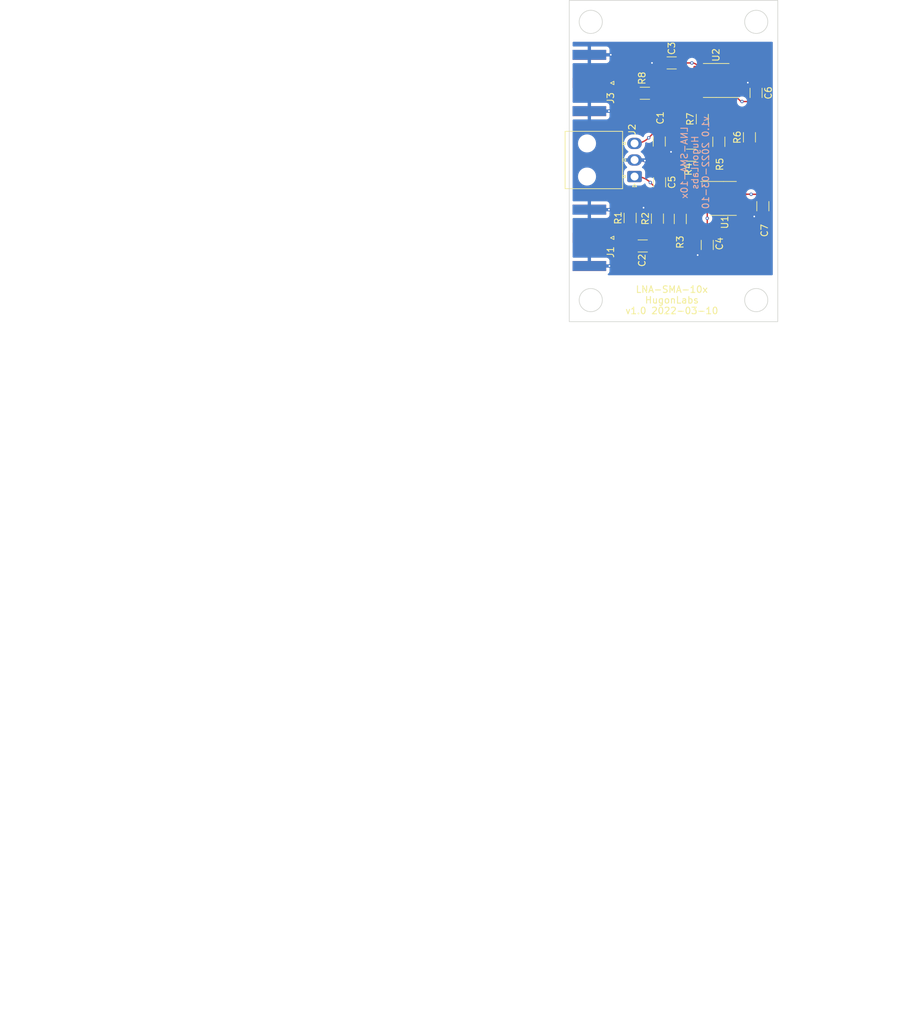
<source format=kicad_pcb>
(kicad_pcb (version 20211014) (generator pcbnew)
  (title_block (title "Low Noise Amplifier SMA 10x") (date "2022-03-10") (rev "1.0") (company "HugonLabs"))
  (layers (0 "F.Cu" signal) (1 "In1.Cu" power) (2 "In2.Cu" power) (31 "B.Cu" power) (34 "B.Paste" user) (35 "F.Paste" user) (36 "B.SilkS" user "B.Silkscreen") (37 "F.SilkS" user "F.Silkscreen") (38 "B.Mask" user) (39 "F.Mask" user) (44 "Edge.Cuts" user))
  (net 0 "")
  (net 1 "-5V")
  (net 2 "GND")
  (net 3 "+5V")
  (net 11 "/sig_in")
  (net 12 "/sig_in_ac")
  (net 13 "/sig_out")
  (net 14 "/amp_in")
  (net 15 "/fb_in")
  (net 16 "/R5toR7")
  (net 17 "/amp_out")
  (net 18 "/buf_in")
  (net 19 "/buf_out")
  (footprint "Resistor_SMD:R_1206_3216Metric_Pad1.30x1.75mm_HandSolder" (layer "F.Cu") (at 111.425 59.65 180)
    (fp_text reference "R8" (at 0.425 2.275 90) (layer "F.SilkS"))
    (fp_text value "50R")
    (fp_line (start -0.727064 0.91) (end 0.727064 0.91) (layer "F.SilkS") (width 0.12))
    (fp_line (start -0.727064 -0.91) (end 0.727064 -0.91) (layer "F.SilkS") (width 0.12))
    (pad "1" smd roundrect (at -1.55 0 180) (size 1.3 1.75) (layers "F.Cu" "F.Paste" "F.Mask") (roundrect_rratio 0.1923076923) (net 19 "/buf_out"))
    (pad "2" smd roundrect (at 1.55 0 180) (size 1.3 1.75) (layers "F.Cu" "F.Paste" "F.Mask") (roundrect_rratio 0.1923076923) (net 13 "/sig_out"))
  )
  (footprint "Resistor_SMD:R_1206_3216Metric_Pad1.30x1.75mm_HandSolder" (layer "F.Cu") (at 109.2 78.475 90)
    (fp_text reference "R1" (at 0 -1.82 90) (layer "F.SilkS"))
    (fp_text value "10K")
    (fp_line (start -0.727064 -0.91) (end 0.727064 -0.91) (layer "F.SilkS") (width 0.12))
    (fp_line (start -0.727064 0.91) (end 0.727064 0.91) (layer "F.SilkS") (width 0.12))
    (pad "1" smd roundrect (at -1.55 0 90) (size 1.3 1.75) (layers "F.Cu" "F.Paste" "F.Mask") (roundrect_rratio 0.1923076923) (net 11 "/sig_in"))
    (pad "2" smd roundrect (at 1.55 0 90) (size 1.3 1.75) (layers "F.Cu" "F.Paste" "F.Mask") (roundrect_rratio 0.1923076923) (net 2 "GND"))
  )
  (footprint "Capacitor_SMD:C_1206_3216Metric_Pad1.33x1.80mm_HandSolder" (layer "F.Cu") (at 120.85 82.55 -90)
    (fp_text reference "C4" (at -0.2 -1.85 90) (layer "F.SilkS"))
    (fp_text value "0.1u")
    (fp_line (start -0.711252 0.91) (end 0.711252 0.91) (layer "F.SilkS") (width 0.12))
    (fp_line (start -0.711252 -0.91) (end 0.711252 -0.91) (layer "F.SilkS") (width 0.12))
    (pad "1" smd roundrect (at -1.5625 0 270) (size 1.325 1.8) (layers "F.Cu" "F.Paste" "F.Mask") (roundrect_rratio 0.1886792453) (net 1 "-5V"))
    (pad "2" smd roundrect (at 1.5625 0 270) (size 1.325 1.8) (layers "F.Cu" "F.Paste" "F.Mask") (roundrect_rratio 0.1886792453) (net 2 "GND"))
  )
  (footprint "Connector_Coaxial:SMA_Amphenol_132289_EdgeMount" (layer "F.Cu") (at 103.037488 81.474996 180)
    (fp_text reference "J1" (at -3.212512 -2.150004 90) (layer "F.SilkS"))
    (fp_text value "Conn_Coaxial")
    (fp_line (start -3.71 0.25) (end -3.21 0) (layer "F.SilkS") (width 0.12))
    (fp_line (start -3.71 -0.25) (end -3.71 0.25) (layer "F.SilkS") (width 0.12))
    (fp_line (start -3.21 0) (end -3.71 -0.25) (layer "F.SilkS") (width 0.12))
    (pad "1" smd rect locked (at 0 0 270) (size 1.5 5.08) (layers "F.Cu" "F.Paste" "F.Mask") (net 11 "/sig_in"))
    (pad "2" smd rect locked (at 0 -4.25 270) (size 1.5 5.08) (layers "F.Cu" "F.Paste" "F.Mask") (net 2 "GND"))
    (pad "2" smd rect locked (at 0 4.25 270) (size 1.5 5.08) (layers "B.Cu" "B.Paste" "B.Mask") (net 2 "GND"))
    (pad "2" smd rect locked (at 0 -4.25 270) (size 1.5 5.08) (layers "B.Cu" "B.Paste" "B.Mask") (net 2 "GND"))
    (pad "2" smd rect locked (at 0 4.25 270) (size 1.5 5.08) (layers "F.Cu" "F.Paste" "F.Mask") (net 2 "GND"))
  )
  (footprint "Connector_Coaxial:SMA_Amphenol_132289_EdgeMount" (layer "F.Cu") (at 103.0375 58.1 180)
    (fp_text reference "J3" (at -3.2125 -2.275 90) (layer "F.SilkS"))
    (fp_text value "Conn_Coaxial")
    (fp_line (start -3.21 0) (end -3.71 -0.25) (layer "F.SilkS") (width 0.12))
    (fp_line (start -3.71 -0.25) (end -3.71 0.25) (layer "F.SilkS") (width 0.12))
    (fp_line (start -3.71 0.25) (end -3.21 0) (layer "F.SilkS") (width 0.12))
    (pad "1" smd rect locked (at 0 0 270) (size 1.5 5.08) (layers "F.Cu" "F.Paste" "F.Mask") (net 13 "/sig_out"))
    (pad "2" smd rect locked (at 0 -4.25 270) (size 1.5 5.08) (layers "F.Cu" "F.Paste" "F.Mask") (net 2 "GND"))
    (pad "2" smd rect locked (at 0 -4.25 270) (size 1.5 5.08) (layers "B.Cu" "B.Paste" "B.Mask") (net 2 "GND"))
    (pad "2" smd rect locked (at 0 4.25 270) (size 1.5 5.08) (layers "B.Cu" "B.Paste" "B.Mask") (net 2 "GND"))
    (pad "2" smd rect locked (at 0 4.25 270) (size 1.5 5.08) (layers "F.Cu" "F.Paste" "F.Mask") (net 2 "GND"))
  )
  (footprint "Capacitor_SMD:C_1206_3216Metric_Pad1.33x1.80mm_HandSolder" (layer "F.Cu") (at 111.1 82.7)
    (fp_text reference "C2" (at -0.1 2.175 90) (layer "F.SilkS"))
    (fp_text value "160p")
    (fp_line (start -0.711252 -0.91) (end 0.711252 -0.91) (layer "F.SilkS") (width 0.12))
    (fp_line (start -0.711252 0.91) (end 0.711252 0.91) (layer "F.SilkS") (width 0.12))
    (pad "1" smd roundrect (at -1.5625 0) (size 1.325 1.8) (layers "F.Cu" "F.Paste" "F.Mask") (roundrect_rratio 0.1886792453) (net 11 "/sig_in"))
    (pad "2" smd roundrect (at 1.5625 0) (size 1.325 1.8) (layers "F.Cu" "F.Paste" "F.Mask") (roundrect_rratio 0.1886792453) (net 12 "/sig_in_ac"))
  )
  (footprint "Capacitor_SMD:C_1206_3216Metric_Pad1.33x1.80mm_HandSolder" (layer "F.Cu") (at 129.25 76.7 90)
    (fp_text reference "C7" (at -3.675 0.25 90) (layer "F.SilkS"))
    (fp_text value "0.1u")
    (fp_line (start -0.711252 0.91) (end 0.711252 0.91) (layer "F.SilkS") (width 0.12))
    (fp_line (start -0.711252 -0.91) (end 0.711252 -0.91) (layer "F.SilkS") (width 0.12))
    (pad "1" smd roundrect (at -1.5625 0 90) (size 1.325 1.8) (layers "F.Cu" "F.Paste" "F.Mask") (roundrect_rratio 0.1886792453) (net 2 "GND"))
    (pad "2" smd roundrect (at 1.5625 0 90) (size 1.325 1.8) (layers "F.Cu" "F.Paste" "F.Mask") (roundrect_rratio 0.1886792453) (net 3 "+5V"))
  )
  (footprint "Capacitor_SMD:C_1206_3216Metric_Pad1.33x1.80mm_HandSolder" (layer "F.Cu") (at 113.6 66.9375 -90)
    (fp_text reference "C1" (at -3.5625 -0.15 90) (layer "F.SilkS"))
    (fp_text value "10u")
    (fp_line (start -0.711252 0.91) (end 0.711252 0.91) (layer "F.SilkS") (width 0.12))
    (fp_line (start -0.711252 -0.91) (end 0.711252 -0.91) (layer "F.SilkS") (width 0.12))
    (pad "1" smd roundrect (at -1.5625 0 270) (size 1.325 1.8) (layers "F.Cu" "F.Paste" "F.Mask") (roundrect_rratio 0.1886792453) (net 1 "-5V"))
    (pad "2" smd roundrect (at 1.5625 0 270) (size 1.325 1.8) (layers "F.Cu" "F.Paste" "F.Mask") (roundrect_rratio 0.1886792453) (net 2 "GND"))
  )
  (footprint "Capacitor_SMD:C_1206_3216Metric_Pad1.33x1.80mm_HandSolder" (layer "F.Cu") (at 115.475 55.075 180)
    (fp_text reference "C3" (at 0 2.2 90) (layer "F.SilkS"))
    (fp_text value "0.1u")
    (fp_line (start -0.711252 -0.91) (end 0.711252 -0.91) (layer "F.SilkS") (width 0.12))
    (fp_line (start -0.711252 0.91) (end 0.711252 0.91) (layer "F.SilkS") (width 0.12))
    (pad "1" smd roundrect (at -1.5625 0 180) (size 1.325 1.8) (layers "F.Cu" "F.Paste" "F.Mask") (roundrect_rratio 0.1886792453) (net 1 "-5V"))
    (pad "2" smd roundrect (at 1.5625 0 180) (size 1.325 1.8) (layers "F.Cu" "F.Paste" "F.Mask") (roundrect_rratio 0.1886792453) (net 2 "GND"))
  )
  (footprint "Capacitor_SMD:C_1206_3216Metric_Pad1.33x1.80mm_HandSolder" (layer "F.Cu") (at 113.65 73.0875 -90)
    (fp_text reference "C5" (at 0 -1.85 90) (layer "F.SilkS"))
    (fp_text value "10u")
    (fp_line (start -0.711252 -0.91) (end 0.711252 -0.91) (layer "F.SilkS") (width 0.12))
    (fp_line (start -0.711252 0.91) (end 0.711252 0.91) (layer "F.SilkS") (width 0.12))
    (pad "1" smd roundrect (at -1.5625 0 270) (size 1.325 1.8) (layers "F.Cu" "F.Paste" "F.Mask") (roundrect_rratio 0.1886792453) (net 2 "GND"))
    (pad "2" smd roundrect (at 1.5625 0 270) (size 1.325 1.8) (layers "F.Cu" "F.Paste" "F.Mask") (roundrect_rratio 0.1886792453) (net 3 "+5V"))
  )
  (footprint "Package_SO:SOIC-8_3.9x4.9mm_P1.27mm" (layer "F.Cu") (at 123.3 75.525)
    (fp_text reference "U1" (at 0.2 3.6 90) (layer "F.SilkS"))
    (fp_text value "LT1722xS8")
    (fp_line (start 0 2.56) (end 1.95 2.56) (layer "F.SilkS") (width 0.12))
    (fp_line (start 0 -2.56) (end 1.95 -2.56) (layer "F.SilkS") (width 0.12))
    (fp_line (start 0 -2.56) (end -3.45 -2.56) (layer "F.SilkS") (width 0.12))
    (fp_line (start 0 2.56) (end -1.95 2.56) (layer "F.SilkS") (width 0.12))
    (pad "1" smd roundrect (at -2.475 -1.905) (size 1.95 0.6) (layers "F.Cu" "F.Paste" "F.Mask"))
    (pad "2" smd roundrect (at -2.475 -0.635) (size 1.95 0.6) (layers "F.Cu" "F.Paste" "F.Mask") (net 15 "/fb_in"))
    (pad "3" smd roundrect (at -2.475 0.635) (size 1.95 0.6) (layers "F.Cu" "F.Paste" "F.Mask") (net 14 "/amp_in"))
    (pad "4" smd roundrect (at -2.475 1.905) (size 1.95 0.6) (layers "F.Cu" "F.Paste" "F.Mask") (net 1 "-5V"))
    (pad "5" smd roundrect (at 2.475 1.905) (size 1.95 0.6) (layers "F.Cu" "F.Paste" "F.Mask"))
    (pad "6" smd roundrect (at 2.475 0.635) (size 1.95 0.6) (layers "F.Cu" "F.Paste" "F.Mask") (net 17 "/amp_out"))
    (pad "7" smd roundrect (at 2.475 -0.635) (size 1.95 0.6) (layers "F.Cu" "F.Paste" "F.Mask") (net 3 "+5V"))
    (pad "8" smd roundrect (at 2.475 -1.905) (size 1.95 0.6) (layers "F.Cu" "F.Paste" "F.Mask"))
  )
  (footprint "Resistor_SMD:R_1206_3216Metric_Pad1.30x1.75mm_HandSolder" (layer "F.Cu") (at 118.425 69)
    (fp_text reference "R4" (at -0.425 2.125 90) (layer "F.SilkS"))
    (fp_text value "500R")
    (fp_line (start -0.727064 -0.91) (end 0.727064 -0.91) (layer "F.SilkS") (width 0.12))
    (fp_line (start -0.727064 0.91) (end 0.727064 0.91) (layer "F.SilkS") (width 0.12))
    (pad "1" smd roundrect (at -1.55 0) (size 1.3 1.75) (layers "F.Cu" "F.Paste" "F.Mask") (roundrect_rratio 0.1923076923) (net 2 "GND"))
    (pad "2" smd roundrect (at 1.55 0) (size 1.3 1.75) (layers "F.Cu" "F.Paste" "F.Mask") (roundrect_rratio 0.1923076923) (net 15 "/fb_in"))
  )
  (footprint "Resistor_SMD:R_1206_3216Metric_Pad1.30x1.75mm_HandSolder" (layer "F.Cu") (at 113.325 78.575 90)
    (fp_text reference "R2" (at 0 -1.82 90) (layer "F.SilkS"))
    (fp_text value "10K")
    (fp_line (start -0.727064 -0.91) (end 0.727064 -0.91) (layer "F.SilkS") (width 0.12))
    (fp_line (start -0.727064 0.91) (end 0.727064 0.91) (layer "F.SilkS") (width 0.12))
    (pad "1" smd roundrect (at -1.55 0 90) (size 1.3 1.75) (layers "F.Cu" "F.Paste" "F.Mask") (roundrect_rratio 0.1923076923) (net 12 "/sig_in_ac"))
    (pad "2" smd roundrect (at 1.55 0 90) (size 1.3 1.75) (layers "F.Cu" "F.Paste" "F.Mask") (roundrect_rratio 0.1923076923) (net 2 "GND"))
  )
  (footprint "Resistor_SMD:R_1206_3216Metric_Pad1.30x1.75mm_HandSolder" (layer "F.Cu") (at 127.225 66.3 90)
    (fp_text reference "R6" (at 0 -1.845 90) (layer "F.SilkS"))
    (fp_text value "100R")
    (fp_line (start -0.727064 0.91) (end 0.727064 0.91) (layer "F.SilkS") (width 0.12))
    (fp_line (start -0.727064 -0.91) (end 0.727064 -0.91) (layer "F.SilkS") (width 0.12))
    (pad "1" smd roundrect (at -1.55 0 90) (size 1.3 1.75) (layers "F.Cu" "F.Paste" "F.Mask") (roundrect_rratio 0.1923076923) (net 17 "/amp_out"))
    (pad "2" smd roundrect (at 1.55 0 90) (size 1.3 1.75) (layers "F.Cu" "F.Paste" "F.Mask") (roundrect_rratio 0.1923076923) (net 18 "/buf_in"))
  )
  (footprint "Connector_Molex:Molex_Nano-Fit_105313-xx03_1x03_P2.50mm_Horizontal" (layer "F.Cu") (at 109.865 72.225 180)
    (fp_text reference "J2" (at 0.365 7.1 90) (layer "F.SilkS"))
    (fp_text value "Power In")
    (fp_line (start 1.81 6.83) (end 10.49 6.83) (layer "F.SilkS") (width 0.12))
    (fp_line (start 1.36 0.15) (end 1.81 0.15) (layer "F.SilkS") (width 0.12))
    (fp_line (start 1.81 0.15) (end 1.81 -0.15) (layer "F.SilkS") (width 0.12))
    (fp_line (start 1.36 5.15) (end 1.81 5.15) (layer "F.SilkS") (width 0.12))
    (fp_line (start 1.81 2.65) (end 1.81 2.35) (layer "F.SilkS") (width 0.12))
    (fp_line (start 1.81 4.85) (end 1.36 4.85) (layer "F.SilkS") (width 0.12))
    (fp_line (start 1.81 -0.15) (end 1.36 -0.15) (layer "F.SilkS") (width 0.12))
    (fp_line (start 1.36 2.35) (end 1.36 2.65) (layer "F.SilkS") (width 0.12))
    (fp_line (start 10.49 6.83) (end 10.49 -1.83) (layer "F.SilkS") (width 0.12))
    (fp_line (start 10.49 -1.83) (end 1.81 -1.83) (layer "F.SilkS") (width 0.12))
    (fp_line (start 1.81 5.15) (end 1.81 4.85) (layer "F.SilkS") (width 0.12))
    (fp_line (start 1.81 -1.83) (end 1.81 6.83) (layer "F.SilkS") (width 0.12))
    (fp_line (start 1.36 -0.15) (end 1.36 0.15) (layer "F.SilkS") (width 0.12))
    (fp_line (start -0.3 -1.534264) (end 0 -1.11) (layer "F.SilkS") (width 0.12))
    (fp_line (start 0 -1.11) (end 0.3 -1.534264) (layer "F.SilkS") (width 0.12))
    (fp_line (start 1.36 2.65) (end 1.81 2.65) (layer "F.SilkS") (width 0.12))
    (fp_line (start 1.81 2.35) (end 1.36 2.35) (layer "F.SilkS") (width 0.12))
    (fp_line (start 1.36 4.85) (end 1.36 5.15) (layer "F.SilkS") (width 0.12))
    (fp_line (start 0.3 -1.534264) (end -0.3 -1.534264) (layer "F.SilkS") (width 0.12))
    (pad "" np_thru_hole circle locked (at 7.18 0 180) (size 1.7 1.7) (drill 1.7) (layers *.Cu *.Mask))
    (pad "" np_thru_hole circle locked (at 7.18 5 180) (size 1.7 1.7) (drill 1.7) (layers *.Cu *.Mask))
    (pad "1" thru_hole roundrect locked (at 0 0 180) (size 2.2 1.7) (drill 1.2) (layers *.Cu *.Mask) (roundrect_rratio 0.1470588235) (net 3 "+5V"))
    (pad "2" thru_hole oval locked (at 0 2.5 180) (size 2.2 1.7) (drill 1.2) (layers *.Cu *.Mask) (net 2 "GND"))
    (pad "3" thru_hole oval locked (at 0 5 180) (size 2.2 1.7) (drill 1.2) (layers *.Cu *.Mask) (net 1 "-5V"))
  )
  (footprint "Resistor_SMD:R_1206_3216Metric_Pad1.30x1.75mm_HandSolder" (layer "F.Cu") (at 116.775 78.625 90)
    (fp_text reference "R3" (at -3.5 -0.025 90) (layer "F.SilkS"))
    (fp_text value "50R")
    (fp_line (start -0.727064 0.91) (end 0.727064 0.91) (layer "F.SilkS") (width 0.12))
    (fp_line (start -0.727064 -0.91) (end 0.727064 -0.91) (layer "F.SilkS") (width 0.12))
    (pad "1" smd roundrect (at -1.55 0 90) (size 1.3 1.75) (layers "F.Cu" "F.Paste" "F.Mask") (roundrect_rratio 0.1923076923) (net 12 "/sig_in_ac"))
    (pad "2" smd roundrect (at 1.55 0 90) (size 1.3 1.75) (layers "F.Cu" "F.Paste" "F.Mask") (roundrect_rratio 0.1923076923) (net 14 "/amp_in"))
  )
  (footprint "Resistor_SMD:R_1206_3216Metric_Pad1.30x1.75mm_HandSolder" (layer "F.Cu") (at 120.1 63.55 90)
    (fp_text reference "R7" (at 0 -1.82 90) (layer "F.SilkS"))
    (fp_text value "1k2")
    (fp_line (start -0.727064 -0.91) (end 0.727064 -0.91) (layer "F.SilkS") (width 0.12))
    (fp_line (start -0.727064 0.91) (end 0.727064 0.91) (layer "F.SilkS") (width 0.12))
    (pad "1" smd roundrect (at -1.55 0 90) (size 1.3 1.75) (layers "F.Cu" "F.Paste" "F.Mask") (roundrect_rratio 0.1923076923) (net 16 "/R5toR7"))
    (pad "2" smd roundrect (at 1.55 0 90) (size 1.3 1.75) (layers "F.Cu" "F.Paste" "F.Mask") (roundrect_rratio 0.1923076923) (net 19 "/buf_out"))
  )
  (footprint "Package_SO:SOIC-8_3.9x4.9mm_P1.27mm" (layer "F.Cu") (at 122.2 57.725 180)
    (fp_text reference "U2" (at 0.025 3.85 90) (layer "F.SilkS"))
    (fp_text value "BUF602xD")
    (fp_line (start 0 -2.56) (end 1.95 -2.56) (layer "F.SilkS") (width 0.12))
    (fp_line (start 0 2.56) (end -1.95 2.56) (layer "F.SilkS") (width 0.12))
    (fp_line (start 0 -2.56) (end -3.45 -2.56) (layer "F.SilkS") (width 0.12))
    (fp_line (start 0 2.56) (end 1.95 2.56) (layer "F.SilkS") (width 0.12))
    (pad "1" smd roundrect (at -2.475 -1.905 180) (size 1.95 0.6) (layers "F.Cu" "F.Paste" "F.Mask") (net 3 "+5V"))
    (pad "2" smd roundrect (at -2.475 -0.635 180) (size 1.95 0.6) (layers "F.Cu" "F.Paste" "F.Mask"))
    (pad "3" smd roundrect (at -2.475 0.635 180) (size 1.95 0.6) (layers "F.Cu" "F.Paste" "F.Mask"))
    (pad "4" smd roundrect (at -2.475 1.905 180) (size 1.95 0.6) (layers "F.Cu" "F.Paste" "F.Mask") (net 18 "/buf_in"))
    (pad "5" smd roundrect (at 2.475 1.905 180) (size 1.95 0.6) (layers "F.Cu" "F.Paste" "F.Mask") (net 1 "-5V"))
    (pad "6" smd roundrect (at 2.475 0.635 180) (size 1.95 0.6) (layers "F.Cu" "F.Paste" "F.Mask"))
    (pad "7" smd roundrect (at 2.475 -0.635 180) (size 1.95 0.6) (layers "F.Cu" "F.Paste" "F.Mask"))
    (pad "8" smd roundrect (at 2.475 -1.905 180) (size 1.95 0.6) (layers "F.Cu" "F.Paste" "F.Mask") (net 19 "/buf_out"))
  )
  (footprint "Resistor_SMD:R_1206_3216Metric_Pad1.30x1.75mm_HandSolder" (layer "F.Cu") (at 122.6 66.975 90)
    (fp_text reference "R5" (at -3.4 0.15 90) (layer "F.SilkS"))
    (fp_text value "3K3")
    (fp_line (start -0.727064 0.91) (end 0.727064 0.91) (layer "F.SilkS") (width 0.12))
    (fp_line (start -0.727064 -0.91) (end 0.727064 -0.91) (layer "F.SilkS") (width 0.12))
    (pad "1" smd roundrect (at -1.55 0 90) (size 1.3 1.75) (layers "F.Cu" "F.Paste" "F.Mask") (roundrect_rratio 0.1923076923) (net 15 "/fb_in"))
    (pad "2" smd roundrect (at 1.55 0 90) (size 1.3 1.75) (layers "F.Cu" "F.Paste" "F.Mask") (roundrect_rratio 0.1923076923) (net 16 "/R5toR7"))
  )
  (footprint "Capacitor_SMD:C_1206_3216Metric_Pad1.33x1.80mm_HandSolder" (layer "F.Cu") (at 128.225 59.6 -90)
    (fp_text reference "C6" (at 0 -1.85 90) (layer "F.SilkS"))
    (fp_text value "0.1u")
    (fp_line (start -0.711252 -0.91) (end 0.711252 -0.91) (layer "F.SilkS") (width 0.12))
    (fp_line (start -0.711252 0.91) (end 0.711252 0.91) (layer "F.SilkS") (width 0.12))
    (pad "1" smd roundrect (at -1.5625 0 270) (size 1.325 1.8) (layers "F.Cu" "F.Paste" "F.Mask") (roundrect_rratio 0.1886792453) (net 2 "GND"))
    (pad "2" smd roundrect (at 1.5625 0 270) (size 1.325 1.8) (layers "F.Cu" "F.Paste" "F.Mask") (roundrect_rratio 0.1886792453) (net 3 "+5V"))
  )
  (gr_rect locked (start 100 45.625) (end 131.5 94.125) (layer "Edge.Cuts") (width 0.1) (fill none))
  (gr_circle locked (center 103.25 90.875) (end 105 90.875) (layer "Edge.Cuts") (width 0.1) (fill none))
  (gr_circle locked (center 128.25 48.875) (end 130 48.875) (layer "Edge.Cuts") (width 0.1) (fill none))
  (gr_circle locked (center 103.25 48.875) (end 105 48.875) (layer "Edge.Cuts") (width 0.1) (fill none))
  (gr_circle locked (center 128.25 90.875) (end 130 90.875) (layer "Edge.Cuts") (width 0.1) (fill none))
  (gr_text "LNA-SMA-10x\nHugonLabs\nv1.0 2022-03-10\n" (at 119 70.125 90) (layer "B.SilkS") (effects (font (size 1 1)) (justify mirror)))
  (gr_text "LNA-SMA-10x\nHugonLabs\nv1.0 2022-03-10\n" (at 115.5 90.875) (layer "F.SilkS") (effects (font (size 1 1))))
  (segment (start 120.85 78.525) (end 120.85 80.9875) (width 0.2032) (layer "F.Cu") (net 1))
  (segment (start 120.85 77.490355) (end 120.85 78.525) (width 0.2032) (layer "F.Cu") (net 1))
  (segment (start 117.0375 55.075) (end 118.525 55.075) (width 0.2032) (layer "F.Cu") (net 1))
  (segment (start 119.301733 55.396734) (end 119.725 55.82) (width 0.2032) (layer "F.Cu") (net 1))
  (segment (start 112 66.375) (end 112.575736 65.799264) (width 0.2032) (layer "F.Cu") (net 1))
  (via (at 112 66.375) (size 0.508) (drill 0.254) (layers "F.Cu" "B.Cu") (net 1))
  (via (at 118.525 55.075) (size 0.508) (drill 0.254) (layers "F.Cu" "B.Cu") (net 1))
  (via (at 120.85 78.525) (size 0.508) (drill 0.254) (layers "F.Cu" "B.Cu") (net 1))
  (arc (start 120.825 77.43) (mid 120.843503 77.457691) (end 120.85 77.490355) (width 0.2032) (layer "F.Cu") (net 1))
  (arc (start 118.525 55.075) (mid 118.945365 55.158616) (end 119.301733 55.396734) (width 0.2032) (layer "F.Cu") (net 1))
  (arc (start 109.947919 67.225) (mid 111.058497 67.004092) (end 112 66.375) (width 0.2032) (layer "F.Cu") (net 1))
  (arc (start 112.575736 65.799264) (mid 113.045672 65.485263) (end 113.6 65.375) (width 0.2032) (layer "F.Cu") (net 1))
  (segment (start 113.6 68.5) (end 115.375 68.5) (width 0.2032) (layer "F.Cu") (net 2))
  (segment (start 128.225 58.0375) (end 127.005177 58.0375) (width 0.2032) (layer "F.Cu") (net 2))
  (segment (start 115.375 68.5) (end 115.667894 68.5) (width 0.2032) (layer "F.Cu") (net 2))
  (segment (start 113.253607 71.128607) (end 113.65 71.525) (width 0.2032) (layer "F.Cu") (net 2))
  (segment (start 120.759467 84.075) (end 119.4 84.075) (width 0.2032) (layer "F.Cu") (net 2))
  (segment (start 113.9125 55.075) (end 112.5 55.075) (width 0.2032) (layer "F.Cu") (net 2))
  (segment (start 103.0375 62.35) (end 106 62.35) (width 0.2032) (layer "F.Cu") (net 2))
  (segment (start 109.865 69.725) (end 111.183579 69.725) (width 0.2032) (layer "F.Cu") (net 2))
  (segment (start 103.037488 77.224996) (end 105.999991 77.224996) (width 0.2032) (layer "F.Cu") (net 2))
  (segment (start 109.865 69.725) (end 110.642589 69.725) (width 0.2032) (layer "F.Cu") (net 2))
  (segment (start 106 77.225) (end 108.475736 77.225) (width 0.2032) (layer "F.Cu") (net 2))
  (segment (start 103.037488 85.724996) (end 106.074991 85.724996) (width 0.2032) (layer "F.Cu") (net 2))
  (segment (start 129.25 78.2625) (end 127.980177 78.2625) (width 0.2032) (layer "F.Cu") (net 2))
  (segment (start 111.225 76.925) (end 113.083579 76.925) (width 0.2032) (layer "F.Cu") (net 2))
  (segment (start 103.0375 53.85) (end 106.275 53.85) (width 0.2032) (layer "F.Cu") (net 2))
  (segment (start 109.2 76.925) (end 111.225 76.925) (width 0.2032) (layer "F.Cu") (net 2))
  (via (at 111.225 76.925) (size 0.508) (drill 0.254) (layers "F.Cu" "B.Cu") (net 2))
  (via (at 106 77.225) (size 0.508) (drill 0.254) (layers "F.Cu" "B.Cu") (net 2))
  (via (at 106.075 85.725) (size 0.508) (drill 0.254) (layers "F.Cu" "B.Cu") (net 2))
  (via (at 127.95 78.25) (size 0.508) (drill 0.254) (layers "F.Cu" "B.Cu") (net 2))
  (via (at 106.275 53.85) (size 0.508) (drill 0.254) (layers "F.Cu" "B.Cu") (net 2))
  (via (at 112.5 55.075) (size 0.508) (drill 0.254) (layers "F.Cu" "B.Cu") (net 2))
  (via (at 111.425 69.825) (size 0.508) (drill 0.254) (layers "F.Cu" "B.Cu") (net 2))
  (via (at 106 62.35) (size 0.508) (drill 0.254) (layers "F.Cu" "B.Cu") (net 2))
  (via (at 119.4 84.075) (size 0.508) (drill 0.254) (layers "F.Cu" "B.Cu") (net 2))
  (via (at 115.375 68.5) (size 0.508) (drill 0.254) (layers "F.Cu" "B.Cu") (net 2))
  (via (at 126.975 58.05) (size 0.508) (drill 0.254) (layers "F.Cu" "B.Cu") (net 2))
  (arc (start 111.183579 69.725) (mid 111.314235 69.750989) (end 111.425 69.825) (width 0.2032) (layer "F.Cu") (net 2))
  (arc (start 115.667894 68.5) (mid 116.321175 68.629946) (end 116.875 69) (width 0.2032) (layer "F.Cu") (net 2))
  (arc (start 106.074991 85.724996) (mid 106.074996 85.724997) (end 106.075 85.725) (width 0.2032) (layer "F.Cu") (net 2))
  (arc (start 120.85 84.1125) (mid 120.808463 84.084745) (end 120.759467 84.075) (width 0.2032) (layer "F.Cu") (net 2))
  (arc (start 127.980177 78.2625) (mid 127.963845 78.259251) (end 127.95 78.25) (width 0.2032) (layer "F.Cu") (net 2))
  (arc (start 105.999991 77.224996) (mid 105.999996 77.224997) (end 106 77.225) (width 0.2032) (layer "F.Cu") (net 2))
  (arc (start 110.642589 69.725) (mid 112.243128 69.406633) (end 113.6 68.5) (width 0.2032) (layer "F.Cu") (net 2))
  (arc (start 109.865 69.725) (mid 111.698901 70.089786) (end 113.253607 71.128607) (width 0.2032) (layer "F.Cu") (net 2))
  (arc (start 113.083579 76.925) (mid 113.214235 76.950989) (end 113.325 77.025) (width 0.2032) (layer "F.Cu") (net 2))
  (arc (start 127.005177 58.0375) (mid 126.988846 58.040749) (end 126.975 58.05) (width 0.2032) (layer "F.Cu") (net 2))
  (arc (start 108.475736 77.225) (mid 108.867705 77.147032) (end 109.2 76.925) (width 0.2032) (layer "F.Cu") (net 2))
  (segment (start 103.0375 62.35) (end 106 62.35) (width 0.2032) (layer "B.Cu") (net 2))
  (segment (start 103.0375 53.85) (end 106.275 53.85) (width 0.2032) (layer "B.Cu") (net 2))
  (segment (start 103.037488 77.224996) (end 105.999991 77.224996) (width 0.2032) (layer "B.Cu") (net 2))
  (segment (start 106.074991 85.724996) (end 103.037488 85.724996) (width 0.2032) (layer "B.Cu") (net 2))
  (arc (start 105.999991 77.224996) (mid 105.999996 77.224997) (end 106 77.225) (width 0.2032) (layer "B.Cu") (net 2))
  (arc (start 106.075 85.725) (mid 106.074996 85.724997) (end 106.074991 85.724996) (width 0.2032) (layer "B.Cu") (net 2))
  (segment (start 124.675 59.63) (end 125.835398 60.790398) (width 0.2032) (layer "F.Cu") (net 3))
  (segment (start 112.25 73.125) (end 113.561611 74.436611) (width 0.2032) (layer "F.Cu") (net 3))
  (segment (start 127.475 74.9) (end 128.676625 74.9) (width 0.2032) (layer "F.Cu") (net 3))
  (segment (start 126.1 60.9) (end 127.591269 60.9) (width 0.2032) (layer "F.Cu") (net 3))
  (segment (start 125.775 74.89) (end 127.450858 74.89) (width 0.2032) (layer "F.Cu") (net 3))
  (segment (start 109.865 72.225) (end 110.077208 72.225) (width 0.2032) (layer "F.Cu") (net 3))
  (via (at 126.1 60.9) (size 0.508) (drill 0.254) (layers "F.Cu" "B.Cu") (net 3))
  (via (at 112.25 73.125) (size 0.508) (drill 0.254) (layers "F.Cu" "B.Cu") (net 3))
  (via (at 127.475 74.9) (size 0.508) (drill 0.254) (layers "F.Cu" "B.Cu") (net 3))
  (arc (start 127.450858 74.89) (mid 127.463923 74.892599) (end 127.475 74.9) (width 0.2032) (layer "F.Cu") (net 3))
  (arc (start 125.835398 60.790398) (mid 125.956798 60.871515) (end 126.1 60.9) (width 0.2032) (layer "F.Cu") (net 3))
  (arc (start 110.077208 72.225) (mid 111.253114 72.458903) (end 112.25 73.125) (width 0.2032) (layer "F.Cu") (net 3))
  (arc (start 128.676625 74.9) (mid 128.986933 74.961724) (end 129.25 75.1375) (width 0.2032) (layer "F.Cu") (net 3))
  (arc (start 113.561611 74.436611) (mid 113.627028 74.534515) (end 113.65 74.65) (width 0.2032) (layer "F.Cu") (net 3))
  (arc (start 127.591269 60.9) (mid 127.934241 60.968222) (end 128.225 61.1625) (width 0.2032) (layer "F.Cu") (net 3))
  (segment (start 109.2 80.025) (end 109.2 81.885203) (width 0.2032) (layer "F.Cu") (net 11))
  (segment (start 103.037488 81.474996) (end 105.6994 81.474996) (width 0.2032) (layer "F.Cu") (net 11))
  (arc (start 109.2 81.885203) (mid 109.287714 82.326168) (end 109.5375 82.7) (width 0.2032) (layer "F.Cu") (net 11))
  (arc (start 105.6994 81.474996) (mid 107.593911 81.098154) (end 109.2 80.025) (width 0.2032) (layer "F.Cu") (net 11))
  (segment (start 113.325 80.125) (end 116.65429 80.125) (width 0.2032) (layer "F.Cu") (net 12))
  (segment (start 113.325 81.100584) (end 113.325 80.125) (width 0.2032) (layer "F.Cu") (net 12))
  (arc (start 116.65429 80.125) (mid 116.719617 80.137995) (end 116.775 80.175) (width 0.2032) (layer "F.Cu") (net 12))
  (arc (start 112.6625 82.7) (mid 113.152822 81.966182) (end 113.325 81.100584) (width 0.2032) (layer "F.Cu") (net 12))
  (segment (start 103.0375 58.1) (end 106.132969 58.1) (width 0.2032) (layer "F.Cu") (net 13))
  (arc (start 106.132969 58.1) (mid 108.158141 58.502832) (end 109.875 59.65) (width 0.2032) (layer "F.Cu") (net 13))
  (segment (start 118.984005 76.16) (end 120.825 76.16) (width 0.2032) (layer "F.Cu") (net 14))
  (arc (start 116.775 77.075) (mid 117.7885 76.397801) (end 118.984005 76.16) (width 0.2032) (layer "F.Cu") (net 14))
  (segment (start 118.75 71.957411) (end 118.75 72.25) (width 0.2032) (layer "F.Cu") (net 15))
  (segment (start 122.6 68.525) (end 121.121751 68.525) (width 0.2032) (layer "F.Cu") (net 15))
  (segment (start 119.704594 74.554594) (end 119.85 74.7) (width 0.2032) (layer "F.Cu") (net 15))
  (arc (start 119.975 69) (mid 119.068367 70.356871) (end 118.75 71.957411) (width 0.2032) (layer "F.Cu") (net 15))
  (arc (start 118.75 72.25) (mid 118.998091 73.497237) (end 119.704594 74.554594) (width 0.2032) (layer "F.Cu") (net 15))
  (arc (start 121.121751 68.525) (mid 120.501134 68.648448) (end 119.975 69) (width 0.2032) (layer "F.Cu") (net 15))
  (segment (start 120.1 65.1) (end 121.815381 65.1) (width 0.2032) (layer "F.Cu") (net 16))
  (arc (start 121.815381 65.1) (mid 122.240013 65.184465) (end 122.6 65.425) (width 0.2032) (layer "F.Cu") (net 16))
  (segment (start 123.725 72.85) (end 123.725 73.787564) (width 0.2032) (layer "F.Cu") (net 17))
  (segment (start 127.225 67.85) (end 124.78566 70.28934) (width 0.2032) (layer "F.Cu") (net 17))
  (segment (start 125.227695 76.16) (end 125.775 76.16) (width 0.2032) (layer "F.Cu") (net 17))
  (arc (start 123.725 73.787564) (mid 123.952405 74.930806) (end 124.6 75.9) (width 0.2032) (layer "F.Cu") (net 17))
  (arc (start 124.6 75.9) (mid 124.887989 76.092428) (end 125.227695 76.16) (width 0.2032) (layer "F.Cu") (net 17))
  (arc (start 124.78566 70.28934) (mid 124.000657 71.464181) (end 123.725 72.85) (width 0.2032) (layer "F.Cu") (net 17))
  (segment (start 125.005761 63.830761) (end 123.375 62.2) (width 0.2032) (layer "F.Cu") (net 18))
  (segment (start 122.825 56.8) (end 123.189817 56.435183) (width 0.2032) (layer "F.Cu") (net 18))
  (segment (start 122.35 59.725432) (end 122.35 57.946751) (width 0.2032) (layer "F.Cu") (net 18))
  (arc (start 127.225 64.75) (mid 126.023956 64.511098) (end 125.005761 63.830761) (width 0.2032) (layer "F.Cu") (net 18))
  (arc (start 123.375 62.2) (mid 122.616389 61.064659) (end 122.35 59.725432) (width 0.2032) (layer "F.Cu") (net 18))
  (arc (start 123.189817 56.435183) (mid 123.871224 55.979881) (end 124.675 55.82) (width 0.2032) (layer "F.Cu") (net 18))
  (arc (start 122.35 57.946751) (mid 122.473448 57.326134) (end 122.825 56.8) (width 0.2032) (layer "F.Cu") (net 18))
  (segment (start 119.725 59.63) (end 119.725 61.09467) (width 0.2032) (layer "F.Cu") (net 19))
  (segment (start 112.975 59.65) (end 119.676716 59.65) (width 0.2032) (layer "F.Cu") (net 19))
  (arc (start 119.725 61.09467) (mid 119.82246 61.584631) (end 120.1 62) (width 0.2032) (layer "F.Cu") (net 19))
  (arc (start 119.676716 59.65) (mid 119.702847 59.644802) (end 119.725 59.63) (width 0.2032) (layer "F.Cu") (net 19))
  (zone (net 2) (net_name "GND") (layer "B.Cu") (name "ground plane") (connect_pads (clearance 0.508)) (min_thickness 0.254) (fill yes (thermal_gap 0.508) (thermal_bridge_width 0.508))
    (polygon (pts (xy 130.75 87.125) (xy 100.5 87.125) (xy 100.5 51.875) (xy 130.75 51.875)))
  )
)
</source>
